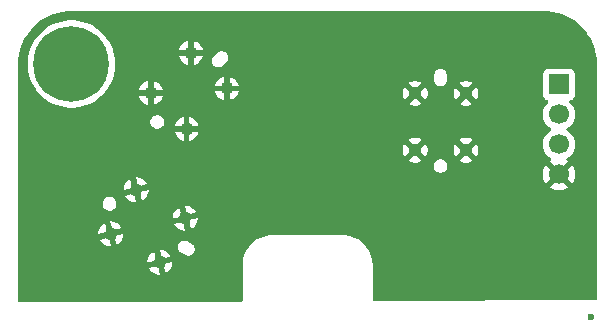
<source format=gbr>
%TF.GenerationSoftware,KiCad,Pcbnew,9.0.6*%
%TF.CreationDate,2025-11-26T00:28:20+08:00*%
%TF.ProjectId,gerber,67657262-6572-42e6-9b69-6361645f7063,rev?*%
%TF.SameCoordinates,Original*%
%TF.FileFunction,Copper,L2,Bot*%
%TF.FilePolarity,Positive*%
%FSLAX46Y46*%
G04 Gerber Fmt 4.6, Leading zero omitted, Abs format (unit mm)*
G04 Created by KiCad (PCBNEW 9.0.6) date 2025-11-26 00:28:20*
%MOMM*%
%LPD*%
G01*
G04 APERTURE LIST*
%TA.AperFunction,ComponentPad*%
%ADD10R,1.700000X1.700000*%
%TD*%
%TA.AperFunction,ComponentPad*%
%ADD11C,1.700000*%
%TD*%
%TA.AperFunction,HeatsinkPad*%
%ADD12C,1.100000*%
%TD*%
%TA.AperFunction,ComponentPad*%
%ADD13C,6.400000*%
%TD*%
%TA.AperFunction,ViaPad*%
%ADD14C,0.600000*%
%TD*%
G04 APERTURE END LIST*
D10*
%TO.P,J2,1,Pin_1*%
%TO.N,unconnected-(J2-Pin_1-Pad1)*%
X146289340Y-106736194D03*
D11*
%TO.P,J2,2,Pin_2*%
%TO.N,Net-(J2-Pin_2)*%
X146289340Y-109276194D03*
%TO.P,J2,3,Pin_3*%
%TO.N,Net-(J2-Pin_3)*%
X146289340Y-111816194D03*
%TO.P,J2,4,Pin_4*%
%TO.N,GND*%
X146289340Y-114356194D03*
%TD*%
D12*
%TO.P,J1,S1,SHIELD*%
%TO.N,GND*%
X134109340Y-112296194D03*
X138409340Y-112296194D03*
X134109340Y-107496194D03*
X138409340Y-107496194D03*
%TD*%
%TO.P,J3,S1,SHIELD*%
%TO.N,GND*%
X111711014Y-107428427D03*
X114751573Y-110468986D03*
X115105127Y-104034314D03*
X118145686Y-107074873D03*
%TD*%
%TO.P,J4,S1,SHIELD*%
%TO.N,GND*%
X110483316Y-115655381D03*
X108333317Y-119379290D03*
X114640237Y-118055382D03*
X112490238Y-121779291D03*
%TD*%
D13*
%TO.P,H2,1,1*%
%TO.N,unconnected-(H2-Pad1)*%
X105000000Y-105000000D03*
%TD*%
D14*
%TO.N,*%
X149010000Y-126390000D03*
%TO.N,GND*%
X148980000Y-123810000D03*
%TD*%
%TA.AperFunction,Conductor*%
%TO.N,GND*%
G36*
X145002702Y-100500617D02*
G01*
X145386771Y-100517386D01*
X145397506Y-100518326D01*
X145775971Y-100568152D01*
X145786597Y-100570025D01*
X146159284Y-100652648D01*
X146169710Y-100655442D01*
X146533765Y-100770227D01*
X146543911Y-100773920D01*
X146896578Y-100920000D01*
X146906369Y-100924566D01*
X147244942Y-101100816D01*
X147254310Y-101106224D01*
X147576244Y-101311318D01*
X147585105Y-101317523D01*
X147887930Y-101549889D01*
X147896217Y-101556843D01*
X148177635Y-101814715D01*
X148185284Y-101822364D01*
X148443156Y-102103782D01*
X148450110Y-102112069D01*
X148682476Y-102414894D01*
X148688681Y-102423755D01*
X148893775Y-102745689D01*
X148899183Y-102755057D01*
X149075430Y-103093623D01*
X149080002Y-103103427D01*
X149226075Y-103456078D01*
X149229775Y-103466244D01*
X149344554Y-103830278D01*
X149347354Y-103840727D01*
X149429971Y-104213389D01*
X149431849Y-104224042D01*
X149481671Y-104602473D01*
X149482614Y-104613249D01*
X149499382Y-104997297D01*
X149499500Y-105002706D01*
X149499500Y-124891874D01*
X149479815Y-124958913D01*
X149427011Y-125004668D01*
X149375895Y-125015873D01*
X130624895Y-125075612D01*
X130557793Y-125056141D01*
X130511870Y-125003484D01*
X130500500Y-124951613D01*
X130500500Y-121848745D01*
X130486471Y-121733213D01*
X130464037Y-121548449D01*
X130391643Y-121254734D01*
X130391642Y-121254731D01*
X130391641Y-121254727D01*
X130284371Y-120971882D01*
X130143793Y-120704035D01*
X130143787Y-120704026D01*
X130138219Y-120695960D01*
X130090053Y-120626178D01*
X129971952Y-120455078D01*
X129971947Y-120455072D01*
X129771353Y-120228648D01*
X129771351Y-120228646D01*
X129544927Y-120028052D01*
X129544921Y-120028047D01*
X129295973Y-119856212D01*
X129295964Y-119856206D01*
X129028117Y-119715628D01*
X128745272Y-119608358D01*
X128629820Y-119579902D01*
X128451551Y-119535963D01*
X128271371Y-119514085D01*
X128151254Y-119499500D01*
X128151252Y-119499500D01*
X128065892Y-119499500D01*
X122065892Y-119499500D01*
X122000000Y-119499500D01*
X121848748Y-119499500D01*
X121848746Y-119499500D01*
X121726159Y-119514385D01*
X121548449Y-119535963D01*
X121466884Y-119556067D01*
X121254727Y-119608358D01*
X120971882Y-119715628D01*
X120704035Y-119856206D01*
X120704026Y-119856212D01*
X120455078Y-120028047D01*
X120455072Y-120028052D01*
X120228648Y-120228646D01*
X120228646Y-120228648D01*
X120028052Y-120455072D01*
X120028047Y-120455078D01*
X119856212Y-120704026D01*
X119856206Y-120704035D01*
X119715628Y-120971882D01*
X119608358Y-121254727D01*
X119601653Y-121281932D01*
X119535963Y-121548449D01*
X119529399Y-121602512D01*
X119499500Y-121848745D01*
X119499500Y-124987452D01*
X119479815Y-125054491D01*
X119427011Y-125100246D01*
X119375895Y-125111451D01*
X100624895Y-125171190D01*
X100557793Y-125151719D01*
X100511870Y-125099062D01*
X100500500Y-125047191D01*
X100500500Y-122285797D01*
X111565851Y-122285797D01*
X111674650Y-122448629D01*
X111820898Y-122594877D01*
X111820902Y-122594880D01*
X111992869Y-122709785D01*
X111992879Y-122709790D01*
X112183963Y-122788940D01*
X112183971Y-122788942D01*
X112386817Y-122829290D01*
X112386821Y-122829291D01*
X112512766Y-122829291D01*
X112512765Y-122829290D01*
X112313459Y-122085477D01*
X111565851Y-122285797D01*
X100500500Y-122285797D01*
X100500500Y-121675870D01*
X111440238Y-121675870D01*
X111440238Y-121801817D01*
X111696270Y-121733213D01*
X112140238Y-121733213D01*
X112140238Y-121825369D01*
X112164090Y-121914386D01*
X112210168Y-121994196D01*
X112275333Y-122059361D01*
X112355143Y-122105439D01*
X112444160Y-122129291D01*
X112536316Y-122129291D01*
X112625333Y-122105439D01*
X112705143Y-122059361D01*
X112770308Y-121994196D01*
X112792321Y-121956068D01*
X112796424Y-121956068D01*
X112996744Y-122703676D01*
X113159578Y-122594876D01*
X113305824Y-122448630D01*
X113305827Y-122448626D01*
X113420732Y-122276659D01*
X113420737Y-122276649D01*
X113499887Y-122085565D01*
X113499889Y-122085557D01*
X113540237Y-121882711D01*
X113540238Y-121882708D01*
X113540238Y-121756763D01*
X113540237Y-121756763D01*
X112796424Y-121956068D01*
X112792321Y-121956068D01*
X112816386Y-121914386D01*
X112840238Y-121825369D01*
X112840238Y-121733213D01*
X112816386Y-121644196D01*
X112770308Y-121564386D01*
X112705143Y-121499221D01*
X112625333Y-121453143D01*
X112536316Y-121429291D01*
X112444160Y-121429291D01*
X112355143Y-121453143D01*
X112275333Y-121499221D01*
X112210168Y-121564386D01*
X112164090Y-121644196D01*
X112140238Y-121733213D01*
X111696270Y-121733213D01*
X112184050Y-121602512D01*
X111983729Y-120854903D01*
X111820901Y-120963701D01*
X111674651Y-121109951D01*
X111674648Y-121109955D01*
X111559743Y-121281922D01*
X111559738Y-121281932D01*
X111480588Y-121473016D01*
X111480586Y-121473024D01*
X111440238Y-121675870D01*
X100500500Y-121675870D01*
X100500500Y-120729291D01*
X112467710Y-120729291D01*
X112667015Y-121473103D01*
X113414623Y-121272783D01*
X113305823Y-121109950D01*
X113159577Y-120963704D01*
X113159573Y-120963701D01*
X112987606Y-120848796D01*
X112987596Y-120848791D01*
X112796512Y-120769641D01*
X112796504Y-120769639D01*
X112593658Y-120729291D01*
X112467710Y-120729291D01*
X100500500Y-120729291D01*
X100500500Y-119885796D01*
X107408930Y-119885796D01*
X107517729Y-120048628D01*
X107663977Y-120194876D01*
X107663981Y-120194879D01*
X107835948Y-120309784D01*
X107835958Y-120309789D01*
X108027042Y-120388939D01*
X108027050Y-120388941D01*
X108229896Y-120429289D01*
X108229900Y-120429290D01*
X108355845Y-120429290D01*
X108355844Y-120429289D01*
X108352331Y-120416177D01*
X114012007Y-120416177D01*
X114012007Y-120558494D01*
X114032777Y-120636007D01*
X114048841Y-120695960D01*
X114048842Y-120695963D01*
X114119998Y-120819209D01*
X114120001Y-120819214D01*
X114149579Y-120848791D01*
X114220632Y-120919843D01*
X114549906Y-121109950D01*
X114707607Y-121200999D01*
X114707608Y-121201000D01*
X114707610Y-121201000D01*
X114707611Y-121201001D01*
X114845078Y-121237836D01*
X114845080Y-121237836D01*
X114987392Y-121237836D01*
X114987394Y-121237836D01*
X115124862Y-121201002D01*
X115248111Y-121129844D01*
X115348744Y-121029211D01*
X115419902Y-120905962D01*
X115456737Y-120768495D01*
X115456737Y-120626178D01*
X115419903Y-120488711D01*
X115348744Y-120365461D01*
X115286959Y-120303675D01*
X115248114Y-120264829D01*
X114761136Y-119983671D01*
X114761133Y-119983670D01*
X114623666Y-119946836D01*
X114481349Y-119946836D01*
X114343882Y-119983670D01*
X114343879Y-119983671D01*
X114220633Y-120054827D01*
X114220628Y-120054830D01*
X114120003Y-120155457D01*
X114120000Y-120155461D01*
X114048841Y-120278709D01*
X114040515Y-120309784D01*
X114012007Y-120416177D01*
X108352331Y-120416177D01*
X108156538Y-119685476D01*
X107408930Y-119885796D01*
X100500500Y-119885796D01*
X100500500Y-119275869D01*
X107283317Y-119275869D01*
X107283317Y-119401816D01*
X107539349Y-119333212D01*
X107983317Y-119333212D01*
X107983317Y-119425368D01*
X108007169Y-119514385D01*
X108053247Y-119594195D01*
X108118412Y-119659360D01*
X108198222Y-119705438D01*
X108287239Y-119729290D01*
X108379395Y-119729290D01*
X108468412Y-119705438D01*
X108548222Y-119659360D01*
X108613387Y-119594195D01*
X108635400Y-119556067D01*
X108639503Y-119556067D01*
X108839823Y-120303675D01*
X109002657Y-120194875D01*
X109148903Y-120048629D01*
X109148906Y-120048625D01*
X109263811Y-119876658D01*
X109263816Y-119876648D01*
X109342966Y-119685564D01*
X109342968Y-119685556D01*
X109383316Y-119482710D01*
X109383317Y-119482707D01*
X109383317Y-119356762D01*
X109383316Y-119356762D01*
X108639503Y-119556067D01*
X108635400Y-119556067D01*
X108659465Y-119514385D01*
X108683317Y-119425368D01*
X108683317Y-119333212D01*
X108659465Y-119244195D01*
X108613387Y-119164385D01*
X108548222Y-119099220D01*
X108468412Y-119053142D01*
X108379395Y-119029290D01*
X108287239Y-119029290D01*
X108198222Y-119053142D01*
X108118412Y-119099220D01*
X108053247Y-119164385D01*
X108007169Y-119244195D01*
X107983317Y-119333212D01*
X107539349Y-119333212D01*
X108027129Y-119202511D01*
X107826808Y-118454902D01*
X107663980Y-118563700D01*
X107517730Y-118709950D01*
X107517727Y-118709954D01*
X107402822Y-118881921D01*
X107402817Y-118881931D01*
X107323667Y-119073015D01*
X107323665Y-119073023D01*
X107283317Y-119275869D01*
X100500500Y-119275869D01*
X100500500Y-118329290D01*
X108310789Y-118329290D01*
X108510094Y-119073102D01*
X109257702Y-118872782D01*
X109148902Y-118709949D01*
X109002656Y-118563703D01*
X109002652Y-118563700D01*
X108999940Y-118561888D01*
X113715850Y-118561888D01*
X113824649Y-118724720D01*
X113970897Y-118870968D01*
X113970901Y-118870971D01*
X114142868Y-118985876D01*
X114142878Y-118985881D01*
X114333962Y-119065031D01*
X114333970Y-119065033D01*
X114536816Y-119105381D01*
X114536820Y-119105382D01*
X114662765Y-119105382D01*
X114662764Y-119105381D01*
X114463458Y-118361568D01*
X113715850Y-118561888D01*
X108999940Y-118561888D01*
X108830685Y-118448795D01*
X108830675Y-118448790D01*
X108639591Y-118369640D01*
X108639583Y-118369638D01*
X108471762Y-118336257D01*
X108436737Y-118329290D01*
X108310789Y-118329290D01*
X100500500Y-118329290D01*
X100500500Y-117951961D01*
X113590237Y-117951961D01*
X113590237Y-118077908D01*
X113846269Y-118009304D01*
X114290237Y-118009304D01*
X114290237Y-118101460D01*
X114314089Y-118190477D01*
X114360167Y-118270287D01*
X114425332Y-118335452D01*
X114505142Y-118381530D01*
X114594159Y-118405382D01*
X114686315Y-118405382D01*
X114775332Y-118381530D01*
X114855142Y-118335452D01*
X114920307Y-118270287D01*
X114942320Y-118232159D01*
X114946423Y-118232159D01*
X115146743Y-118979767D01*
X115309577Y-118870967D01*
X115455823Y-118724721D01*
X115455826Y-118724717D01*
X115570731Y-118552750D01*
X115570736Y-118552740D01*
X115649886Y-118361656D01*
X115649888Y-118361648D01*
X115690236Y-118158802D01*
X115690237Y-118158799D01*
X115690237Y-118032854D01*
X115690236Y-118032854D01*
X114946423Y-118232159D01*
X114942320Y-118232159D01*
X114966385Y-118190477D01*
X114990237Y-118101460D01*
X114990237Y-118009304D01*
X114966385Y-117920287D01*
X114920307Y-117840477D01*
X114855142Y-117775312D01*
X114775332Y-117729234D01*
X114686315Y-117705382D01*
X114594159Y-117705382D01*
X114505142Y-117729234D01*
X114425332Y-117775312D01*
X114360167Y-117840477D01*
X114314089Y-117920287D01*
X114290237Y-118009304D01*
X113846269Y-118009304D01*
X114334049Y-117878603D01*
X114133728Y-117130994D01*
X113970900Y-117239792D01*
X113824650Y-117386042D01*
X113824647Y-117386046D01*
X113709742Y-117558013D01*
X113709737Y-117558023D01*
X113630587Y-117749107D01*
X113630585Y-117749115D01*
X113590237Y-117951961D01*
X100500500Y-117951961D01*
X100500500Y-116765912D01*
X107658682Y-116765912D01*
X107658682Y-116918760D01*
X107698242Y-117066401D01*
X107774666Y-117198771D01*
X107882747Y-117306852D01*
X108015117Y-117383276D01*
X108162758Y-117422836D01*
X108162760Y-117422836D01*
X108315604Y-117422836D01*
X108315606Y-117422836D01*
X108463247Y-117383276D01*
X108595617Y-117306852D01*
X108703698Y-117198771D01*
X108780122Y-117066401D01*
X108796472Y-117005382D01*
X114617709Y-117005382D01*
X114817014Y-117749194D01*
X115564622Y-117548874D01*
X115455822Y-117386041D01*
X115309576Y-117239795D01*
X115309572Y-117239792D01*
X115137605Y-117124887D01*
X115137595Y-117124882D01*
X114946511Y-117045732D01*
X114946503Y-117045730D01*
X114743657Y-117005382D01*
X114617709Y-117005382D01*
X108796472Y-117005382D01*
X108819682Y-116918760D01*
X108819682Y-116765912D01*
X108780122Y-116618271D01*
X108703698Y-116485901D01*
X108595617Y-116377820D01*
X108463247Y-116301396D01*
X108315606Y-116261836D01*
X108162758Y-116261836D01*
X108015117Y-116301396D01*
X108015114Y-116301397D01*
X107882750Y-116377818D01*
X107882744Y-116377822D01*
X107774668Y-116485898D01*
X107774664Y-116485904D01*
X107698243Y-116618268D01*
X107698242Y-116618271D01*
X107658682Y-116765912D01*
X100500500Y-116765912D01*
X100500500Y-116161887D01*
X109558929Y-116161887D01*
X109667728Y-116324719D01*
X109813976Y-116470967D01*
X109813980Y-116470970D01*
X109985947Y-116585875D01*
X109985957Y-116585880D01*
X110177041Y-116665030D01*
X110177049Y-116665032D01*
X110379895Y-116705380D01*
X110379899Y-116705381D01*
X110505844Y-116705381D01*
X110505843Y-116705380D01*
X110306537Y-115961567D01*
X109558929Y-116161887D01*
X100500500Y-116161887D01*
X100500500Y-115551960D01*
X109433316Y-115551960D01*
X109433316Y-115677907D01*
X109689348Y-115609303D01*
X110133316Y-115609303D01*
X110133316Y-115701459D01*
X110157168Y-115790476D01*
X110203246Y-115870286D01*
X110268411Y-115935451D01*
X110348221Y-115981529D01*
X110437238Y-116005381D01*
X110529394Y-116005381D01*
X110618411Y-115981529D01*
X110698221Y-115935451D01*
X110763386Y-115870286D01*
X110785399Y-115832158D01*
X110789502Y-115832158D01*
X110989822Y-116579766D01*
X111152656Y-116470966D01*
X111298902Y-116324720D01*
X111298905Y-116324716D01*
X111413810Y-116152749D01*
X111413815Y-116152739D01*
X111492965Y-115961655D01*
X111492967Y-115961647D01*
X111533315Y-115758801D01*
X111533316Y-115758798D01*
X111533316Y-115632853D01*
X111533315Y-115632853D01*
X110789502Y-115832158D01*
X110785399Y-115832158D01*
X110809464Y-115790476D01*
X110833316Y-115701459D01*
X110833316Y-115609303D01*
X110809464Y-115520286D01*
X110763386Y-115440476D01*
X110698221Y-115375311D01*
X110618411Y-115329233D01*
X110529394Y-115305381D01*
X110437238Y-115305381D01*
X110348221Y-115329233D01*
X110268411Y-115375311D01*
X110203246Y-115440476D01*
X110157168Y-115520286D01*
X110133316Y-115609303D01*
X109689348Y-115609303D01*
X110177128Y-115478602D01*
X109976807Y-114730993D01*
X109813979Y-114839791D01*
X109667729Y-114986041D01*
X109667726Y-114986045D01*
X109552821Y-115158012D01*
X109552816Y-115158022D01*
X109473666Y-115349106D01*
X109473664Y-115349114D01*
X109433316Y-115551960D01*
X100500500Y-115551960D01*
X100500500Y-114605381D01*
X110460788Y-114605381D01*
X110660093Y-115349193D01*
X110827152Y-115304430D01*
X110827153Y-115304429D01*
X111407701Y-115148873D01*
X111298901Y-114986040D01*
X111152655Y-114839794D01*
X111152651Y-114839791D01*
X110980684Y-114724886D01*
X110980674Y-114724881D01*
X110789590Y-114645731D01*
X110789582Y-114645729D01*
X110586736Y-114605381D01*
X110460788Y-114605381D01*
X100500500Y-114605381D01*
X100500500Y-113569770D01*
X135678840Y-113569770D01*
X135678840Y-113722618D01*
X135718400Y-113870259D01*
X135794824Y-114002629D01*
X135902905Y-114110710D01*
X136035275Y-114187134D01*
X136182916Y-114226694D01*
X136182918Y-114226694D01*
X136335762Y-114226694D01*
X136335764Y-114226694D01*
X136483405Y-114187134D01*
X136615775Y-114110710D01*
X136723856Y-114002629D01*
X136800280Y-113870259D01*
X136839840Y-113722618D01*
X136839840Y-113569770D01*
X136800280Y-113422129D01*
X136723856Y-113289759D01*
X136628911Y-113194814D01*
X137864271Y-113194814D01*
X137864272Y-113194815D01*
X137911973Y-113226689D01*
X137911979Y-113226692D01*
X138103065Y-113305843D01*
X138103073Y-113305845D01*
X138305919Y-113346193D01*
X138305923Y-113346194D01*
X138512757Y-113346194D01*
X138512760Y-113346193D01*
X138715606Y-113305845D01*
X138715614Y-113305843D01*
X138906706Y-113226689D01*
X138954406Y-113194815D01*
X138954407Y-113194814D01*
X138409341Y-112649748D01*
X138409340Y-112649748D01*
X137864271Y-113194814D01*
X136628911Y-113194814D01*
X136615775Y-113181678D01*
X136483405Y-113105254D01*
X136335764Y-113065694D01*
X136182916Y-113065694D01*
X136035275Y-113105254D01*
X136035272Y-113105255D01*
X135902908Y-113181676D01*
X135902902Y-113181680D01*
X135794826Y-113289756D01*
X135794822Y-113289762D01*
X135718401Y-113422126D01*
X135718400Y-113422129D01*
X135678840Y-113569770D01*
X100500500Y-113569770D01*
X100500500Y-113194814D01*
X133564271Y-113194814D01*
X133564272Y-113194815D01*
X133611973Y-113226689D01*
X133611979Y-113226692D01*
X133803065Y-113305843D01*
X133803073Y-113305845D01*
X134005919Y-113346193D01*
X134005923Y-113346194D01*
X134212757Y-113346194D01*
X134212760Y-113346193D01*
X134415606Y-113305845D01*
X134415614Y-113305843D01*
X134606706Y-113226689D01*
X134654406Y-113194815D01*
X134654407Y-113194814D01*
X134109341Y-112649748D01*
X134109340Y-112649748D01*
X133564271Y-113194814D01*
X100500500Y-113194814D01*
X100500500Y-112192773D01*
X133059340Y-112192773D01*
X133059340Y-112399614D01*
X133099688Y-112602460D01*
X133099690Y-112602468D01*
X133178840Y-112793553D01*
X133210717Y-112841261D01*
X133210718Y-112841261D01*
X133755786Y-112296194D01*
X133709708Y-112250116D01*
X133759340Y-112250116D01*
X133759340Y-112342272D01*
X133783192Y-112431289D01*
X133829270Y-112511099D01*
X133894435Y-112576264D01*
X133974245Y-112622342D01*
X134063262Y-112646194D01*
X134155418Y-112646194D01*
X134244435Y-112622342D01*
X134324245Y-112576264D01*
X134389410Y-112511099D01*
X134435488Y-112431289D01*
X134459340Y-112342272D01*
X134459340Y-112296193D01*
X134462894Y-112296193D01*
X134462894Y-112296195D01*
X135007960Y-112841261D01*
X135007961Y-112841260D01*
X135039835Y-112793560D01*
X135118989Y-112602468D01*
X135118991Y-112602460D01*
X135159339Y-112399614D01*
X135159340Y-112399611D01*
X135159340Y-112192777D01*
X135159339Y-112192773D01*
X137359340Y-112192773D01*
X137359340Y-112399614D01*
X137399688Y-112602460D01*
X137399690Y-112602468D01*
X137478840Y-112793553D01*
X137510717Y-112841261D01*
X137510718Y-112841261D01*
X138055786Y-112296194D01*
X138009708Y-112250116D01*
X138059340Y-112250116D01*
X138059340Y-112342272D01*
X138083192Y-112431289D01*
X138129270Y-112511099D01*
X138194435Y-112576264D01*
X138274245Y-112622342D01*
X138363262Y-112646194D01*
X138455418Y-112646194D01*
X138544435Y-112622342D01*
X138624245Y-112576264D01*
X138689410Y-112511099D01*
X138735488Y-112431289D01*
X138759340Y-112342272D01*
X138759340Y-112296193D01*
X138762894Y-112296193D01*
X138762894Y-112296195D01*
X139307960Y-112841261D01*
X139307961Y-112841260D01*
X139339835Y-112793560D01*
X139418989Y-112602468D01*
X139418991Y-112602460D01*
X139459339Y-112399614D01*
X139459340Y-112399611D01*
X139459340Y-112192777D01*
X139459339Y-112192773D01*
X139418991Y-111989927D01*
X139418989Y-111989919D01*
X139339838Y-111798833D01*
X139339835Y-111798827D01*
X139307961Y-111751126D01*
X139307960Y-111751125D01*
X138762894Y-112296193D01*
X138759340Y-112296193D01*
X138759340Y-112250116D01*
X138735488Y-112161099D01*
X138689410Y-112081289D01*
X138624245Y-112016124D01*
X138544435Y-111970046D01*
X138455418Y-111946194D01*
X138363262Y-111946194D01*
X138274245Y-111970046D01*
X138194435Y-112016124D01*
X138129270Y-112081289D01*
X138083192Y-112161099D01*
X138059340Y-112250116D01*
X138009708Y-112250116D01*
X137510718Y-111751126D01*
X137510717Y-111751126D01*
X137478845Y-111798825D01*
X137478840Y-111798835D01*
X137399690Y-111989919D01*
X137399688Y-111989927D01*
X137359340Y-112192773D01*
X135159339Y-112192773D01*
X135118991Y-111989927D01*
X135118989Y-111989919D01*
X135039838Y-111798833D01*
X135039835Y-111798827D01*
X135007961Y-111751126D01*
X135007960Y-111751125D01*
X134462894Y-112296193D01*
X134459340Y-112296193D01*
X134459340Y-112250116D01*
X134435488Y-112161099D01*
X134389410Y-112081289D01*
X134324245Y-112016124D01*
X134244435Y-111970046D01*
X134155418Y-111946194D01*
X134063262Y-111946194D01*
X133974245Y-111970046D01*
X133894435Y-112016124D01*
X133829270Y-112081289D01*
X133783192Y-112161099D01*
X133759340Y-112250116D01*
X133709708Y-112250116D01*
X133210718Y-111751126D01*
X133210717Y-111751126D01*
X133178845Y-111798825D01*
X133178840Y-111798835D01*
X133099690Y-111989919D01*
X133099688Y-111989927D01*
X133059340Y-112192773D01*
X100500500Y-112192773D01*
X100500500Y-110718986D01*
X113730730Y-110718986D01*
X113741923Y-110775260D01*
X113741924Y-110775262D01*
X113821073Y-110966344D01*
X113821078Y-110966354D01*
X113935983Y-111138321D01*
X113935986Y-111138325D01*
X114082233Y-111284572D01*
X114082237Y-111284575D01*
X114254204Y-111399480D01*
X114254214Y-111399485D01*
X114445296Y-111478634D01*
X114445298Y-111478635D01*
X114501573Y-111489828D01*
X115001573Y-111489828D01*
X115057847Y-111478635D01*
X115057849Y-111478634D01*
X115248931Y-111399485D01*
X115248941Y-111399480D01*
X115251798Y-111397571D01*
X133564272Y-111397571D01*
X133564272Y-111397572D01*
X134109340Y-111942640D01*
X134109341Y-111942640D01*
X134654407Y-111397572D01*
X134654407Y-111397571D01*
X137864272Y-111397571D01*
X137864272Y-111397572D01*
X138409340Y-111942640D01*
X138409341Y-111942640D01*
X138954407Y-111397572D01*
X138954407Y-111397571D01*
X138906699Y-111365694D01*
X138715614Y-111286544D01*
X138715606Y-111286542D01*
X138512760Y-111246194D01*
X138305919Y-111246194D01*
X138103073Y-111286542D01*
X138103065Y-111286544D01*
X137911981Y-111365694D01*
X137911971Y-111365699D01*
X137864272Y-111397571D01*
X134654407Y-111397571D01*
X134606699Y-111365694D01*
X134415614Y-111286544D01*
X134415606Y-111286542D01*
X134212760Y-111246194D01*
X134005919Y-111246194D01*
X133803073Y-111286542D01*
X133803065Y-111286544D01*
X133611981Y-111365694D01*
X133611971Y-111365699D01*
X133564272Y-111397571D01*
X115251798Y-111397571D01*
X115336941Y-111340681D01*
X115420908Y-111284575D01*
X115420912Y-111284572D01*
X115567159Y-111138325D01*
X115567162Y-111138321D01*
X115682067Y-110966354D01*
X115682072Y-110966344D01*
X115761221Y-110775262D01*
X115761222Y-110775260D01*
X115772416Y-110718986D01*
X115001573Y-110718986D01*
X115001573Y-111489828D01*
X114501573Y-111489828D01*
X114501573Y-110718986D01*
X113730730Y-110718986D01*
X100500500Y-110718986D01*
X100500500Y-109826876D01*
X111696200Y-109826876D01*
X111696200Y-109979724D01*
X111735760Y-110127365D01*
X111812184Y-110259735D01*
X111920265Y-110367816D01*
X112052635Y-110444240D01*
X112200276Y-110483800D01*
X112200278Y-110483800D01*
X112353122Y-110483800D01*
X112353124Y-110483800D01*
X112500765Y-110444240D01*
X112537713Y-110422908D01*
X114401573Y-110422908D01*
X114401573Y-110515064D01*
X114425425Y-110604081D01*
X114471503Y-110683891D01*
X114536668Y-110749056D01*
X114616478Y-110795134D01*
X114705495Y-110818986D01*
X114797651Y-110818986D01*
X114886668Y-110795134D01*
X114966478Y-110749056D01*
X115031643Y-110683891D01*
X115077721Y-110604081D01*
X115101573Y-110515064D01*
X115101573Y-110422908D01*
X115077721Y-110333891D01*
X115031643Y-110254081D01*
X114996548Y-110218986D01*
X115001573Y-110218986D01*
X115772416Y-110218986D01*
X115761222Y-110162711D01*
X115761221Y-110162709D01*
X115682072Y-109971627D01*
X115682067Y-109971617D01*
X115567162Y-109799650D01*
X115567159Y-109799646D01*
X115420912Y-109653399D01*
X115420908Y-109653396D01*
X115248941Y-109538491D01*
X115248931Y-109538486D01*
X115057845Y-109459335D01*
X115057840Y-109459333D01*
X115001573Y-109448141D01*
X115001573Y-110218986D01*
X114996548Y-110218986D01*
X114966478Y-110188916D01*
X114886668Y-110142838D01*
X114797651Y-110118986D01*
X114705495Y-110118986D01*
X114616478Y-110142838D01*
X114536668Y-110188916D01*
X114471503Y-110254081D01*
X114425425Y-110333891D01*
X114401573Y-110422908D01*
X112537713Y-110422908D01*
X112633135Y-110367816D01*
X112741216Y-110259735D01*
X112764742Y-110218986D01*
X113730730Y-110218986D01*
X114501573Y-110218986D01*
X114501573Y-109448142D01*
X114501572Y-109448141D01*
X114445305Y-109459333D01*
X114445300Y-109459335D01*
X114254214Y-109538486D01*
X114254204Y-109538491D01*
X114082237Y-109653396D01*
X114082233Y-109653399D01*
X113935986Y-109799646D01*
X113935983Y-109799650D01*
X113821078Y-109971617D01*
X113821073Y-109971627D01*
X113741924Y-110162709D01*
X113741923Y-110162711D01*
X113730730Y-110218986D01*
X112764742Y-110218986D01*
X112817640Y-110127365D01*
X112857200Y-109979724D01*
X112857200Y-109826876D01*
X112817640Y-109679235D01*
X112741216Y-109546865D01*
X112633135Y-109438784D01*
X112500765Y-109362360D01*
X112353124Y-109322800D01*
X112200276Y-109322800D01*
X112052635Y-109362360D01*
X112052632Y-109362361D01*
X111920268Y-109438782D01*
X111920262Y-109438786D01*
X111812186Y-109546862D01*
X111812182Y-109546868D01*
X111735761Y-109679232D01*
X111735760Y-109679235D01*
X111696200Y-109826876D01*
X100500500Y-109826876D01*
X100500500Y-105002706D01*
X100500618Y-104997297D01*
X100502036Y-104964813D01*
X100508437Y-104818209D01*
X101299500Y-104818209D01*
X101299500Y-105181790D01*
X101335137Y-105543630D01*
X101406064Y-105900212D01*
X101406067Y-105900223D01*
X101511614Y-106248165D01*
X101650754Y-106584078D01*
X101650756Y-106584083D01*
X101822140Y-106904720D01*
X101822144Y-106904727D01*
X101822147Y-106904732D01*
X101981112Y-107142640D01*
X102024140Y-107207035D01*
X102024150Y-107207049D01*
X102254807Y-107488106D01*
X102511893Y-107745192D01*
X102511898Y-107745196D01*
X102511899Y-107745197D01*
X102792956Y-107975854D01*
X103095268Y-108177853D01*
X103095277Y-108177858D01*
X103095279Y-108177859D01*
X103415916Y-108349243D01*
X103415918Y-108349243D01*
X103415924Y-108349247D01*
X103751836Y-108488386D01*
X104099767Y-108593930D01*
X104099773Y-108593931D01*
X104099776Y-108593932D01*
X104099787Y-108593935D01*
X104456369Y-108664862D01*
X104818206Y-108700500D01*
X104818209Y-108700500D01*
X105181791Y-108700500D01*
X105181794Y-108700500D01*
X105543631Y-108664862D01*
X105613045Y-108651054D01*
X105900212Y-108593935D01*
X105900223Y-108593932D01*
X105900223Y-108593931D01*
X105900233Y-108593930D01*
X106248164Y-108488386D01*
X106584076Y-108349247D01*
X106904732Y-108177853D01*
X107207044Y-107975854D01*
X107488101Y-107745197D01*
X107554871Y-107678427D01*
X110690171Y-107678427D01*
X110701364Y-107734701D01*
X110701365Y-107734703D01*
X110780514Y-107925785D01*
X110780519Y-107925795D01*
X110895424Y-108097762D01*
X110895427Y-108097766D01*
X111041674Y-108244013D01*
X111041678Y-108244016D01*
X111213645Y-108358921D01*
X111213655Y-108358926D01*
X111404737Y-108438075D01*
X111404739Y-108438076D01*
X111461014Y-108449269D01*
X111961014Y-108449269D01*
X112017288Y-108438076D01*
X112017290Y-108438075D01*
X112121731Y-108394814D01*
X133564271Y-108394814D01*
X133564272Y-108394815D01*
X133611973Y-108426689D01*
X133611979Y-108426692D01*
X133803065Y-108505843D01*
X133803073Y-108505845D01*
X134005919Y-108546193D01*
X134005923Y-108546194D01*
X134212757Y-108546194D01*
X134212760Y-108546193D01*
X134415606Y-108505845D01*
X134415614Y-108505843D01*
X134606706Y-108426689D01*
X134654406Y-108394815D01*
X134654407Y-108394814D01*
X137864271Y-108394814D01*
X137864272Y-108394815D01*
X137911973Y-108426689D01*
X137911979Y-108426692D01*
X138103065Y-108505843D01*
X138103073Y-108505845D01*
X138305919Y-108546193D01*
X138305923Y-108546194D01*
X138512757Y-108546194D01*
X138512760Y-108546193D01*
X138715606Y-108505845D01*
X138715614Y-108505843D01*
X138906706Y-108426689D01*
X138954406Y-108394815D01*
X138954407Y-108394814D01*
X138409341Y-107849748D01*
X138409340Y-107849748D01*
X137864271Y-108394814D01*
X134654407Y-108394814D01*
X134109341Y-107849748D01*
X134109340Y-107849748D01*
X133564271Y-108394814D01*
X112121731Y-108394814D01*
X112208372Y-108358926D01*
X112208382Y-108358921D01*
X112378128Y-108245501D01*
X112380350Y-108244016D01*
X112526600Y-108097766D01*
X112526603Y-108097762D01*
X112641508Y-107925795D01*
X112641513Y-107925785D01*
X112720662Y-107734703D01*
X112720663Y-107734701D01*
X112731857Y-107678427D01*
X111961014Y-107678427D01*
X111961014Y-108449269D01*
X111461014Y-108449269D01*
X111461014Y-107678427D01*
X110690171Y-107678427D01*
X107554871Y-107678427D01*
X107675884Y-107557415D01*
X107745192Y-107488106D01*
X107745197Y-107488101D01*
X107831985Y-107382349D01*
X111361014Y-107382349D01*
X111361014Y-107474505D01*
X111384866Y-107563522D01*
X111430944Y-107643332D01*
X111496109Y-107708497D01*
X111575919Y-107754575D01*
X111664936Y-107778427D01*
X111757092Y-107778427D01*
X111846109Y-107754575D01*
X111925919Y-107708497D01*
X111991084Y-107643332D01*
X112037162Y-107563522D01*
X112061014Y-107474505D01*
X112061014Y-107382349D01*
X112045613Y-107324873D01*
X117124843Y-107324873D01*
X117136036Y-107381147D01*
X117136037Y-107381149D01*
X117215186Y-107572231D01*
X117215191Y-107572241D01*
X117330096Y-107744208D01*
X117330099Y-107744212D01*
X117476346Y-107890459D01*
X117476350Y-107890462D01*
X117648317Y-108005367D01*
X117648327Y-108005372D01*
X117839409Y-108084521D01*
X117839411Y-108084522D01*
X117895686Y-108095715D01*
X118395686Y-108095715D01*
X118451960Y-108084522D01*
X118451962Y-108084521D01*
X118643044Y-108005372D01*
X118643054Y-108005367D01*
X118815021Y-107890462D01*
X118815025Y-107890459D01*
X118961272Y-107744212D01*
X118961275Y-107744208D01*
X119076180Y-107572241D01*
X119076185Y-107572231D01*
X119150519Y-107392773D01*
X133059340Y-107392773D01*
X133059340Y-107599614D01*
X133099688Y-107802460D01*
X133099690Y-107802468D01*
X133178840Y-107993553D01*
X133210717Y-108041261D01*
X133210718Y-108041261D01*
X133755786Y-107496194D01*
X133709708Y-107450116D01*
X133759340Y-107450116D01*
X133759340Y-107542272D01*
X133783192Y-107631289D01*
X133829270Y-107711099D01*
X133894435Y-107776264D01*
X133974245Y-107822342D01*
X134063262Y-107846194D01*
X134155418Y-107846194D01*
X134244435Y-107822342D01*
X134324245Y-107776264D01*
X134389410Y-107711099D01*
X134435488Y-107631289D01*
X134459340Y-107542272D01*
X134459340Y-107496193D01*
X134462894Y-107496193D01*
X134462894Y-107496195D01*
X135007960Y-108041261D01*
X135007961Y-108041260D01*
X135039835Y-107993560D01*
X135118989Y-107802468D01*
X135118991Y-107802460D01*
X135159339Y-107599614D01*
X135159340Y-107599611D01*
X135159340Y-107392777D01*
X135159339Y-107392773D01*
X137359340Y-107392773D01*
X137359340Y-107599614D01*
X137399688Y-107802460D01*
X137399690Y-107802468D01*
X137478840Y-107993553D01*
X137510717Y-108041261D01*
X137510718Y-108041261D01*
X138055786Y-107496194D01*
X138009708Y-107450116D01*
X138059340Y-107450116D01*
X138059340Y-107542272D01*
X138083192Y-107631289D01*
X138129270Y-107711099D01*
X138194435Y-107776264D01*
X138274245Y-107822342D01*
X138363262Y-107846194D01*
X138455418Y-107846194D01*
X138544435Y-107822342D01*
X138624245Y-107776264D01*
X138689410Y-107711099D01*
X138735488Y-107631289D01*
X138759340Y-107542272D01*
X138759340Y-107496193D01*
X138762894Y-107496193D01*
X138762894Y-107496195D01*
X139307960Y-108041261D01*
X139307961Y-108041260D01*
X139339835Y-107993560D01*
X139418989Y-107802468D01*
X139418991Y-107802460D01*
X139459339Y-107599614D01*
X139459340Y-107599611D01*
X139459340Y-107392777D01*
X139459339Y-107392773D01*
X139418991Y-107189927D01*
X139418989Y-107189919D01*
X139339838Y-106998833D01*
X139339835Y-106998827D01*
X139307961Y-106951126D01*
X139307960Y-106951125D01*
X138762894Y-107496193D01*
X138759340Y-107496193D01*
X138759340Y-107450116D01*
X138735488Y-107361099D01*
X138689410Y-107281289D01*
X138624245Y-107216124D01*
X138544435Y-107170046D01*
X138455418Y-107146194D01*
X138363262Y-107146194D01*
X138274245Y-107170046D01*
X138194435Y-107216124D01*
X138129270Y-107281289D01*
X138083192Y-107361099D01*
X138059340Y-107450116D01*
X138009708Y-107450116D01*
X137510718Y-106951126D01*
X137510717Y-106951126D01*
X137478845Y-106998825D01*
X137478840Y-106998835D01*
X137399690Y-107189919D01*
X137399688Y-107189927D01*
X137359340Y-107392773D01*
X135159339Y-107392773D01*
X135118991Y-107189927D01*
X135118989Y-107189919D01*
X135039838Y-106998833D01*
X135039835Y-106998827D01*
X135007961Y-106951126D01*
X135007960Y-106951125D01*
X134462894Y-107496193D01*
X134459340Y-107496193D01*
X134459340Y-107450116D01*
X134435488Y-107361099D01*
X134389410Y-107281289D01*
X134324245Y-107216124D01*
X134244435Y-107170046D01*
X134155418Y-107146194D01*
X134063262Y-107146194D01*
X133974245Y-107170046D01*
X133894435Y-107216124D01*
X133829270Y-107281289D01*
X133783192Y-107361099D01*
X133759340Y-107450116D01*
X133709708Y-107450116D01*
X133210718Y-106951126D01*
X133210717Y-106951126D01*
X133178845Y-106998825D01*
X133178840Y-106998835D01*
X133099690Y-107189919D01*
X133099688Y-107189927D01*
X133059340Y-107392773D01*
X119150519Y-107392773D01*
X119155334Y-107381149D01*
X119155335Y-107381146D01*
X119159045Y-107362497D01*
X119159045Y-107362495D01*
X119166529Y-107324873D01*
X118395686Y-107324873D01*
X118395686Y-108095715D01*
X117895686Y-108095715D01*
X117895686Y-107324873D01*
X117124843Y-107324873D01*
X112045613Y-107324873D01*
X112037162Y-107293332D01*
X111991084Y-107213522D01*
X111955989Y-107178427D01*
X111961014Y-107178427D01*
X112731856Y-107178427D01*
X112720663Y-107122152D01*
X112720662Y-107122150D01*
X112681993Y-107028795D01*
X117795686Y-107028795D01*
X117795686Y-107120951D01*
X117819538Y-107209968D01*
X117865616Y-107289778D01*
X117930781Y-107354943D01*
X118010591Y-107401021D01*
X118099608Y-107424873D01*
X118191764Y-107424873D01*
X118280781Y-107401021D01*
X118360591Y-107354943D01*
X118425756Y-107289778D01*
X118471834Y-107209968D01*
X118495686Y-107120951D01*
X118495686Y-107028795D01*
X118471834Y-106939778D01*
X118425756Y-106859968D01*
X118390661Y-106824873D01*
X118395686Y-106824873D01*
X119166529Y-106824873D01*
X119155335Y-106768598D01*
X119155334Y-106768596D01*
X119123291Y-106691236D01*
X119084493Y-106597571D01*
X133564272Y-106597571D01*
X133564272Y-106597572D01*
X134109340Y-107142640D01*
X134109341Y-107142640D01*
X134654407Y-106597572D01*
X134654407Y-106597571D01*
X134606699Y-106565694D01*
X134415614Y-106486544D01*
X134415606Y-106486542D01*
X134212760Y-106446194D01*
X134005919Y-106446194D01*
X133803073Y-106486542D01*
X133803065Y-106486544D01*
X133611981Y-106565694D01*
X133611971Y-106565699D01*
X133564272Y-106597571D01*
X119084493Y-106597571D01*
X119076185Y-106577514D01*
X119076180Y-106577504D01*
X118961275Y-106405537D01*
X118961272Y-106405533D01*
X118815025Y-106259286D01*
X118815021Y-106259283D01*
X118643054Y-106144378D01*
X118643044Y-106144373D01*
X118451958Y-106065222D01*
X118451953Y-106065220D01*
X118395686Y-106054028D01*
X118395686Y-106824873D01*
X118390661Y-106824873D01*
X118360591Y-106794803D01*
X118280781Y-106748725D01*
X118191764Y-106724873D01*
X118099608Y-106724873D01*
X118010591Y-106748725D01*
X117930781Y-106794803D01*
X117865616Y-106859968D01*
X117819538Y-106939778D01*
X117795686Y-107028795D01*
X112681993Y-107028795D01*
X112641513Y-106931068D01*
X112641508Y-106931058D01*
X112638860Y-106927095D01*
X112570557Y-106824873D01*
X117124843Y-106824873D01*
X117895686Y-106824873D01*
X117895686Y-106054029D01*
X117895685Y-106054028D01*
X117839418Y-106065220D01*
X117839413Y-106065222D01*
X117648327Y-106144373D01*
X117648317Y-106144378D01*
X117476350Y-106259283D01*
X117476346Y-106259286D01*
X117330099Y-106405533D01*
X117330096Y-106405537D01*
X117215191Y-106577504D01*
X117215186Y-106577514D01*
X117136037Y-106768596D01*
X117136036Y-106768598D01*
X117124843Y-106824873D01*
X112570557Y-106824873D01*
X112526603Y-106759091D01*
X112526600Y-106759087D01*
X112380353Y-106612840D01*
X112380349Y-106612837D01*
X112208382Y-106497932D01*
X112208372Y-106497927D01*
X112017286Y-106418776D01*
X112017281Y-106418774D01*
X111961014Y-106407582D01*
X111961014Y-107178427D01*
X111955989Y-107178427D01*
X111925919Y-107148357D01*
X111846109Y-107102279D01*
X111757092Y-107078427D01*
X111664936Y-107078427D01*
X111575919Y-107102279D01*
X111496109Y-107148357D01*
X111430944Y-107213522D01*
X111384866Y-107293332D01*
X111361014Y-107382349D01*
X107831985Y-107382349D01*
X107975854Y-107207044D01*
X107994975Y-107178427D01*
X110690171Y-107178427D01*
X111461014Y-107178427D01*
X111461014Y-106407583D01*
X111461013Y-106407582D01*
X111404746Y-106418774D01*
X111404741Y-106418776D01*
X111213655Y-106497927D01*
X111213645Y-106497932D01*
X111041678Y-106612837D01*
X111041674Y-106612840D01*
X110895427Y-106759087D01*
X110895424Y-106759091D01*
X110780519Y-106931058D01*
X110780514Y-106931068D01*
X110701365Y-107122150D01*
X110701364Y-107122152D01*
X110690171Y-107178427D01*
X107994975Y-107178427D01*
X108177853Y-106904732D01*
X108349247Y-106584076D01*
X108488386Y-106248164D01*
X108593930Y-105900233D01*
X108600931Y-105865036D01*
X135718840Y-105865036D01*
X135718840Y-106427352D01*
X135737751Y-106497927D01*
X135755674Y-106564818D01*
X135755675Y-106564821D01*
X135826829Y-106688065D01*
X135826831Y-106688068D01*
X135826832Y-106688069D01*
X135927465Y-106788702D01*
X136050715Y-106859860D01*
X136188182Y-106896694D01*
X136188184Y-106896694D01*
X136330496Y-106896694D01*
X136330498Y-106896694D01*
X136467965Y-106859860D01*
X136591215Y-106788702D01*
X136691848Y-106688069D01*
X136744097Y-106597571D01*
X137864272Y-106597571D01*
X137864272Y-106597572D01*
X138409340Y-107142640D01*
X138409341Y-107142640D01*
X138954407Y-106597572D01*
X138954407Y-106597571D01*
X138906699Y-106565694D01*
X138715614Y-106486544D01*
X138715606Y-106486542D01*
X138512760Y-106446194D01*
X138305919Y-106446194D01*
X138103073Y-106486542D01*
X138103065Y-106486544D01*
X137911981Y-106565694D01*
X137911971Y-106565699D01*
X137864272Y-106597571D01*
X136744097Y-106597571D01*
X136763006Y-106564819D01*
X136799840Y-106427352D01*
X136799840Y-105865036D01*
X136792684Y-105838329D01*
X144938840Y-105838329D01*
X144938840Y-107634064D01*
X144938841Y-107634070D01*
X144945248Y-107693677D01*
X144995542Y-107828522D01*
X144995546Y-107828529D01*
X145081792Y-107943738D01*
X145081795Y-107943741D01*
X145197004Y-108029987D01*
X145197011Y-108029991D01*
X145328422Y-108079004D01*
X145384356Y-108120875D01*
X145408773Y-108186339D01*
X145393922Y-108254612D01*
X145372771Y-108282867D01*
X145259229Y-108396409D01*
X145134291Y-108568373D01*
X145037784Y-108757779D01*
X144972093Y-108959954D01*
X144938840Y-109169907D01*
X144938840Y-109382480D01*
X144972093Y-109592433D01*
X145037784Y-109794608D01*
X145134291Y-109984014D01*
X145259230Y-110155980D01*
X145409553Y-110306303D01*
X145581522Y-110431244D01*
X145590286Y-110435710D01*
X145641082Y-110483685D01*
X145657876Y-110551506D01*
X145635338Y-110617641D01*
X145590286Y-110656678D01*
X145581522Y-110661143D01*
X145409553Y-110786084D01*
X145259230Y-110936407D01*
X145134291Y-111108373D01*
X145037784Y-111297779D01*
X144972093Y-111499954D01*
X144938840Y-111709907D01*
X144938840Y-111922481D01*
X144972094Y-112132437D01*
X145025302Y-112296195D01*
X145037784Y-112334608D01*
X145134291Y-112524014D01*
X145259230Y-112695980D01*
X145409553Y-112846303D01*
X145581519Y-112971242D01*
X145581521Y-112971243D01*
X145581524Y-112971245D01*
X145590833Y-112975988D01*
X145641630Y-113023960D01*
X145658427Y-113091781D01*
X145635892Y-113157916D01*
X145590845Y-113196954D01*
X145581786Y-113201570D01*
X145581780Y-113201574D01*
X145527622Y-113240921D01*
X145527622Y-113240922D01*
X146159931Y-113873231D01*
X146096347Y-113890269D01*
X145982333Y-113956095D01*
X145889241Y-114049187D01*
X145823415Y-114163201D01*
X145806377Y-114226785D01*
X145174068Y-113594476D01*
X145174067Y-113594476D01*
X145134720Y-113648633D01*
X145038244Y-113837976D01*
X144972582Y-114040063D01*
X144972582Y-114040066D01*
X144939340Y-114249947D01*
X144939340Y-114462440D01*
X144972582Y-114672321D01*
X144972582Y-114672324D01*
X145038244Y-114874411D01*
X145134715Y-115063744D01*
X145174068Y-115117910D01*
X145806376Y-114485601D01*
X145823415Y-114549187D01*
X145889241Y-114663201D01*
X145982333Y-114756293D01*
X146096347Y-114822119D01*
X146159930Y-114839156D01*
X145527622Y-115471463D01*
X145527622Y-115471464D01*
X145581789Y-115510818D01*
X145771122Y-115607289D01*
X145973210Y-115672951D01*
X146183094Y-115706194D01*
X146395586Y-115706194D01*
X146605467Y-115672951D01*
X146605470Y-115672951D01*
X146807557Y-115607289D01*
X146996894Y-115510816D01*
X147051056Y-115471464D01*
X147051057Y-115471464D01*
X146418748Y-114839156D01*
X146482333Y-114822119D01*
X146596347Y-114756293D01*
X146689439Y-114663201D01*
X146755265Y-114549187D01*
X146772302Y-114485602D01*
X147404610Y-115117911D01*
X147404610Y-115117910D01*
X147443962Y-115063748D01*
X147540435Y-114874411D01*
X147606097Y-114672324D01*
X147606097Y-114672321D01*
X147639340Y-114462440D01*
X147639340Y-114249947D01*
X147606097Y-114040066D01*
X147606097Y-114040063D01*
X147540435Y-113837976D01*
X147443964Y-113648643D01*
X147404610Y-113594476D01*
X147404609Y-113594476D01*
X146772302Y-114226784D01*
X146755265Y-114163201D01*
X146689439Y-114049187D01*
X146596347Y-113956095D01*
X146482333Y-113890269D01*
X146418749Y-113873231D01*
X147051056Y-113240922D01*
X146996887Y-113201567D01*
X146996887Y-113201566D01*
X146987840Y-113196957D01*
X146937046Y-113148982D01*
X146920252Y-113081160D01*
X146942791Y-113015026D01*
X146987848Y-112975987D01*
X146997156Y-112971245D01*
X147076347Y-112913709D01*
X147169126Y-112846303D01*
X147169128Y-112846300D01*
X147169132Y-112846298D01*
X147319444Y-112695986D01*
X147319446Y-112695982D01*
X147319449Y-112695980D01*
X147444388Y-112524014D01*
X147444387Y-112524014D01*
X147444391Y-112524010D01*
X147540897Y-112334606D01*
X147606586Y-112132437D01*
X147639840Y-111922481D01*
X147639840Y-111709907D01*
X147606586Y-111499951D01*
X147540897Y-111297782D01*
X147444391Y-111108378D01*
X147444389Y-111108375D01*
X147444388Y-111108373D01*
X147319449Y-110936407D01*
X147169126Y-110786084D01*
X146997160Y-110661145D01*
X146996455Y-110660785D01*
X146988394Y-110656679D01*
X146937599Y-110608706D01*
X146920803Y-110540886D01*
X146943339Y-110474750D01*
X146988394Y-110435709D01*
X146997156Y-110431245D01*
X147084458Y-110367817D01*
X147169126Y-110306303D01*
X147169128Y-110306300D01*
X147169132Y-110306298D01*
X147319444Y-110155986D01*
X147319446Y-110155982D01*
X147319449Y-110155980D01*
X147444388Y-109984014D01*
X147444387Y-109984014D01*
X147444391Y-109984010D01*
X147540897Y-109794606D01*
X147606586Y-109592437D01*
X147639840Y-109382481D01*
X147639840Y-109169907D01*
X147606586Y-108959951D01*
X147540897Y-108757782D01*
X147444391Y-108568378D01*
X147444389Y-108568375D01*
X147444388Y-108568373D01*
X147319449Y-108396407D01*
X147205909Y-108282867D01*
X147172424Y-108221544D01*
X147177408Y-108151852D01*
X147219280Y-108095919D01*
X147250255Y-108079004D01*
X147381671Y-108029990D01*
X147496886Y-107943740D01*
X147583136Y-107828525D01*
X147633431Y-107693677D01*
X147639840Y-107634067D01*
X147639839Y-105838322D01*
X147633431Y-105778711D01*
X147614356Y-105727569D01*
X147583137Y-105643865D01*
X147583133Y-105643858D01*
X147496887Y-105528649D01*
X147496884Y-105528646D01*
X147381675Y-105442400D01*
X147381668Y-105442396D01*
X147246822Y-105392102D01*
X147246823Y-105392102D01*
X147187223Y-105385695D01*
X147187221Y-105385694D01*
X147187213Y-105385694D01*
X147187204Y-105385694D01*
X145391469Y-105385694D01*
X145391463Y-105385695D01*
X145331856Y-105392102D01*
X145197011Y-105442396D01*
X145197004Y-105442400D01*
X145081795Y-105528646D01*
X145081792Y-105528649D01*
X144995546Y-105643858D01*
X144995542Y-105643865D01*
X144945248Y-105778711D01*
X144939442Y-105832719D01*
X144938841Y-105838317D01*
X144938840Y-105838329D01*
X136792684Y-105838329D01*
X136763006Y-105727569D01*
X136691848Y-105604319D01*
X136591215Y-105503686D01*
X136591214Y-105503685D01*
X136591211Y-105503683D01*
X136467967Y-105432529D01*
X136467966Y-105432528D01*
X136467965Y-105432528D01*
X136330498Y-105395694D01*
X136188182Y-105395694D01*
X136050715Y-105432528D01*
X136050712Y-105432529D01*
X135927468Y-105503683D01*
X135927463Y-105503687D01*
X135826833Y-105604317D01*
X135826829Y-105604322D01*
X135755675Y-105727566D01*
X135755675Y-105727567D01*
X135755674Y-105727569D01*
X135718840Y-105865036D01*
X108600931Y-105865036D01*
X108664862Y-105543631D01*
X108700500Y-105181794D01*
X108700500Y-104818206D01*
X108664862Y-104456369D01*
X108630639Y-104284314D01*
X114084284Y-104284314D01*
X114095477Y-104340588D01*
X114095478Y-104340590D01*
X114174627Y-104531672D01*
X114174632Y-104531682D01*
X114289537Y-104703649D01*
X114289540Y-104703653D01*
X114435787Y-104849900D01*
X114435791Y-104849903D01*
X114607758Y-104964808D01*
X114607768Y-104964813D01*
X114798850Y-105043962D01*
X114798852Y-105043963D01*
X114855127Y-105055156D01*
X115355127Y-105055156D01*
X115411401Y-105043963D01*
X115411403Y-105043962D01*
X115602485Y-104964813D01*
X115602495Y-104964808D01*
X115774462Y-104849903D01*
X115774466Y-104849900D01*
X115920713Y-104703653D01*
X115920716Y-104703649D01*
X115938299Y-104677334D01*
X116891008Y-104677334D01*
X116891008Y-104819650D01*
X116899114Y-104849900D01*
X116927842Y-104957116D01*
X116927843Y-104957119D01*
X116998997Y-105080363D01*
X116998999Y-105080366D01*
X116999000Y-105080367D01*
X117099633Y-105181000D01*
X117222883Y-105252158D01*
X117360350Y-105288992D01*
X117360352Y-105288992D01*
X117502664Y-105288992D01*
X117502666Y-105288992D01*
X117640133Y-105252158D01*
X117763383Y-105181000D01*
X118161000Y-104783383D01*
X118232158Y-104660133D01*
X118268993Y-104522666D01*
X118268993Y-104380350D01*
X118232158Y-104242882D01*
X118189738Y-104169409D01*
X118161002Y-104119636D01*
X118160997Y-104119630D01*
X118060369Y-104019002D01*
X118060363Y-104018997D01*
X117937121Y-103947843D01*
X117937122Y-103947843D01*
X117925847Y-103944822D01*
X117799650Y-103911007D01*
X117657334Y-103911007D01*
X117588600Y-103929424D01*
X117519865Y-103947842D01*
X117519864Y-103947843D01*
X117396620Y-104018997D01*
X117396615Y-104019001D01*
X116999001Y-104416615D01*
X116998997Y-104416620D01*
X116927843Y-104539864D01*
X116927842Y-104539867D01*
X116891008Y-104677334D01*
X115938299Y-104677334D01*
X115989762Y-104600316D01*
X116035621Y-104531682D01*
X116035626Y-104531672D01*
X116114775Y-104340590D01*
X116114776Y-104340588D01*
X116125970Y-104284314D01*
X115355127Y-104284314D01*
X115355127Y-105055156D01*
X114855127Y-105055156D01*
X114855127Y-104284314D01*
X114084284Y-104284314D01*
X108630639Y-104284314D01*
X108628821Y-104275174D01*
X108593935Y-104099787D01*
X108593932Y-104099776D01*
X108593931Y-104099773D01*
X108593930Y-104099767D01*
X108560097Y-103988236D01*
X114755127Y-103988236D01*
X114755127Y-104080392D01*
X114778979Y-104169409D01*
X114825057Y-104249219D01*
X114890222Y-104314384D01*
X114970032Y-104360462D01*
X115059049Y-104384314D01*
X115151205Y-104384314D01*
X115240222Y-104360462D01*
X115320032Y-104314384D01*
X115385197Y-104249219D01*
X115431275Y-104169409D01*
X115455127Y-104080392D01*
X115455127Y-103988236D01*
X115431275Y-103899219D01*
X115385197Y-103819409D01*
X115350102Y-103784314D01*
X115355127Y-103784314D01*
X116125970Y-103784314D01*
X116114776Y-103728039D01*
X116114775Y-103728037D01*
X116035626Y-103536955D01*
X116035621Y-103536945D01*
X115920716Y-103364978D01*
X115920713Y-103364974D01*
X115774466Y-103218727D01*
X115774462Y-103218724D01*
X115602495Y-103103819D01*
X115602485Y-103103814D01*
X115411399Y-103024663D01*
X115411394Y-103024661D01*
X115355127Y-103013469D01*
X115355127Y-103784314D01*
X115350102Y-103784314D01*
X115320032Y-103754244D01*
X115240222Y-103708166D01*
X115151205Y-103684314D01*
X115059049Y-103684314D01*
X114970032Y-103708166D01*
X114890222Y-103754244D01*
X114825057Y-103819409D01*
X114778979Y-103899219D01*
X114755127Y-103988236D01*
X108560097Y-103988236D01*
X108498238Y-103784314D01*
X114084284Y-103784314D01*
X114855127Y-103784314D01*
X114855127Y-103013470D01*
X114855126Y-103013469D01*
X114798859Y-103024661D01*
X114798854Y-103024663D01*
X114607768Y-103103814D01*
X114607758Y-103103819D01*
X114435791Y-103218724D01*
X114435787Y-103218727D01*
X114289540Y-103364974D01*
X114289537Y-103364978D01*
X114174632Y-103536945D01*
X114174627Y-103536955D01*
X114095478Y-103728037D01*
X114095477Y-103728039D01*
X114084284Y-103784314D01*
X108498238Y-103784314D01*
X108488386Y-103751836D01*
X108349247Y-103415924D01*
X108177853Y-103095268D01*
X107975854Y-102792956D01*
X107745197Y-102511899D01*
X107745196Y-102511898D01*
X107745192Y-102511893D01*
X107488106Y-102254807D01*
X107207049Y-102024150D01*
X107207048Y-102024149D01*
X107207044Y-102024146D01*
X106904732Y-101822147D01*
X106904727Y-101822144D01*
X106904720Y-101822140D01*
X106584083Y-101650756D01*
X106584078Y-101650754D01*
X106248165Y-101511614D01*
X105900223Y-101406067D01*
X105900212Y-101406064D01*
X105543630Y-101335137D01*
X105271111Y-101308296D01*
X105181794Y-101299500D01*
X104818206Y-101299500D01*
X104735679Y-101307628D01*
X104456369Y-101335137D01*
X104099787Y-101406064D01*
X104099776Y-101406067D01*
X103751834Y-101511614D01*
X103415921Y-101650754D01*
X103415916Y-101650756D01*
X103095279Y-101822140D01*
X103095261Y-101822151D01*
X102792964Y-102024140D01*
X102792950Y-102024150D01*
X102511893Y-102254807D01*
X102254807Y-102511893D01*
X102024150Y-102792950D01*
X102024140Y-102792964D01*
X101822151Y-103095261D01*
X101822140Y-103095279D01*
X101650756Y-103415916D01*
X101650754Y-103415921D01*
X101511614Y-103751834D01*
X101406067Y-104099776D01*
X101406064Y-104099787D01*
X101335137Y-104456369D01*
X101299500Y-104818209D01*
X100508437Y-104818209D01*
X100517386Y-104613228D01*
X100518326Y-104602495D01*
X100568152Y-104224025D01*
X100570025Y-104213405D01*
X100652649Y-103840709D01*
X100655440Y-103830295D01*
X100770230Y-103466227D01*
X100773917Y-103456095D01*
X100920003Y-103103412D01*
X100924561Y-103093638D01*
X101100822Y-102755045D01*
X101106217Y-102745700D01*
X101311325Y-102423744D01*
X101317515Y-102414905D01*
X101549896Y-102112060D01*
X101556834Y-102103791D01*
X101814726Y-101822352D01*
X101822352Y-101814726D01*
X102103791Y-101556834D01*
X102112060Y-101549896D01*
X102414905Y-101317515D01*
X102423744Y-101311325D01*
X102745700Y-101106217D01*
X102755045Y-101100822D01*
X103093638Y-100924561D01*
X103103412Y-100920003D01*
X103456095Y-100773917D01*
X103466227Y-100770230D01*
X103830295Y-100655440D01*
X103840709Y-100652649D01*
X104213405Y-100570025D01*
X104224025Y-100568152D01*
X104602495Y-100518326D01*
X104613226Y-100517386D01*
X104997297Y-100500617D01*
X105002706Y-100500500D01*
X105065892Y-100500500D01*
X144934108Y-100500500D01*
X144997294Y-100500500D01*
X145002702Y-100500617D01*
G37*
%TD.AperFunction*%
%TD*%
M02*

</source>
